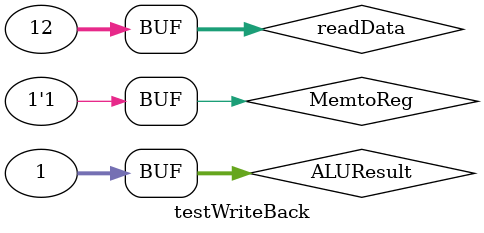
<source format=v>
`timescale 1ns / 1ps


module testWriteBack;

	// Inputs
	reg MemtoReg;
	reg [31:0] readData;
	reg [31:0] ALUResult;

	// Outputs
	wire [31:0] writeData;

	// Instantiate the Unit Under Test (UUT)
	writeBack uut (
		.MemtoReg(MemtoReg), 
		.readData(readData), 
		.ALUResult(ALUResult), 
		.writeData(writeData)
	);

	initial begin
		// Initialize Inputs
		MemtoReg = 0;
		readData = 12;
		ALUResult = 1;

		// Wait 100 ns for global reset to finish
		#100;
      MemtoReg=1;
		// Add stimulus here

	end
      
endmodule


</source>
